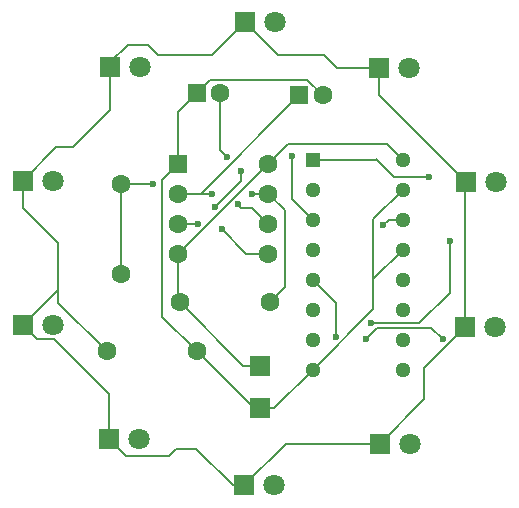
<source format=gbr>
%TF.GenerationSoftware,KiCad,Pcbnew,9.0.6*%
%TF.CreationDate,2026-01-03T20:02:15-08:00*%
%TF.ProjectId,Chaser,43686173-6572-42e6-9b69-6361645f7063,rev?*%
%TF.SameCoordinates,Original*%
%TF.FileFunction,Copper,L1,Top*%
%TF.FilePolarity,Positive*%
%FSLAX46Y46*%
G04 Gerber Fmt 4.6, Leading zero omitted, Abs format (unit mm)*
G04 Created by KiCad (PCBNEW 9.0.6) date 2026-01-03 20:02:15*
%MOMM*%
%LPD*%
G01*
G04 APERTURE LIST*
G04 Aperture macros list*
%AMRoundRect*
0 Rectangle with rounded corners*
0 $1 Rounding radius*
0 $2 $3 $4 $5 $6 $7 $8 $9 X,Y pos of 4 corners*
0 Add a 4 corners polygon primitive as box body*
4,1,4,$2,$3,$4,$5,$6,$7,$8,$9,$2,$3,0*
0 Add four circle primitives for the rounded corners*
1,1,$1+$1,$2,$3*
1,1,$1+$1,$4,$5*
1,1,$1+$1,$6,$7*
1,1,$1+$1,$8,$9*
0 Add four rect primitives between the rounded corners*
20,1,$1+$1,$2,$3,$4,$5,0*
20,1,$1+$1,$4,$5,$6,$7,0*
20,1,$1+$1,$6,$7,$8,$9,0*
20,1,$1+$1,$8,$9,$2,$3,0*%
G04 Aperture macros list end*
%TA.AperFunction,ComponentPad*%
%ADD10R,1.800000X1.800000*%
%TD*%
%TA.AperFunction,ComponentPad*%
%ADD11C,1.800000*%
%TD*%
%TA.AperFunction,ComponentPad*%
%ADD12C,1.600000*%
%TD*%
%TA.AperFunction,ComponentPad*%
%ADD13R,1.700000X1.700000*%
%TD*%
%TA.AperFunction,ComponentPad*%
%ADD14RoundRect,0.250000X-0.550000X-0.550000X0.550000X-0.550000X0.550000X0.550000X-0.550000X0.550000X0*%
%TD*%
%TA.AperFunction,ComponentPad*%
%ADD15R,1.295400X1.295400*%
%TD*%
%TA.AperFunction,ComponentPad*%
%ADD16C,1.295400*%
%TD*%
%TA.AperFunction,ViaPad*%
%ADD17C,0.600000*%
%TD*%
%TA.AperFunction,Conductor*%
%ADD18C,0.200000*%
%TD*%
G04 APERTURE END LIST*
D10*
%TO.P,D4,1,K*%
%TO.N,Net-(D1-K)*%
X231560000Y-58900000D03*
D11*
%TO.P,D4,2,A*%
%TO.N,Net-(D4-A)*%
X234100000Y-58900000D03*
%TD*%
D10*
%TO.P,D10,1,K*%
%TO.N,Net-(D1-K)*%
X201530000Y-36900000D03*
D11*
%TO.P,D10,2,A*%
%TO.N,Net-(D10-A)*%
X204070000Y-36900000D03*
%TD*%
D10*
%TO.P,D3,1,K*%
%TO.N,Net-(D1-K)*%
X231630000Y-46600000D03*
D11*
%TO.P,D3,2,A*%
%TO.N,Net-(D3-A)*%
X234170000Y-46600000D03*
%TD*%
D12*
%TO.P,R1,1*%
%TO.N,+5V*%
X207390000Y-56800000D03*
%TO.P,R1,2*%
%TO.N,Net-(U1-DIS)*%
X215010000Y-56800000D03*
%TD*%
D10*
%TO.P,D5,1,K*%
%TO.N,Net-(D1-K)*%
X224330000Y-68800000D03*
D11*
%TO.P,D5,2,A*%
%TO.N,Net-(D5-A)*%
X226870000Y-68800000D03*
%TD*%
D12*
%TO.P,RV1,1,1*%
%TO.N,Net-(U1-DIS)*%
X202400000Y-54410000D03*
%TO.P,RV1,2,2*%
X202400000Y-46790000D03*
%TD*%
D13*
%TO.P,H2,1,1*%
%TO.N,GND*%
X214200000Y-65800000D03*
%TD*%
D10*
%TO.P,D9,1,K*%
%TO.N,Net-(D1-K)*%
X194160000Y-46500000D03*
D11*
%TO.P,D9,2,A*%
%TO.N,Net-(D9-A)*%
X196700000Y-46500000D03*
%TD*%
D10*
%TO.P,D8,1,K*%
%TO.N,Net-(D1-K)*%
X194130000Y-58700000D03*
D11*
%TO.P,D8,2,A*%
%TO.N,Net-(D8-A)*%
X196670000Y-58700000D03*
%TD*%
D12*
%TO.P,R2,1*%
%TO.N,Net-(D1-K)*%
X201210000Y-60960000D03*
%TO.P,R2,2*%
%TO.N,GND*%
X208830000Y-60960000D03*
%TD*%
D14*
%TO.P,C1,1*%
%TO.N,TR*%
X217500000Y-39300000D03*
D12*
%TO.P,C1,2*%
%TO.N,GND*%
X219500000Y-39300000D03*
%TD*%
D13*
%TO.P,H1,1,1*%
%TO.N,+5V*%
X214200000Y-62200000D03*
%TD*%
D10*
%TO.P,D7,1,K*%
%TO.N,Net-(D1-K)*%
X201430000Y-68400000D03*
D11*
%TO.P,D7,2,A*%
%TO.N,Net-(D7-A)*%
X203970000Y-68400000D03*
%TD*%
D15*
%TO.P,U2,1,Q5*%
%TO.N,Net-(D5-A)*%
X218680000Y-44740000D03*
D16*
%TO.P,U2,2,Q1*%
%TO.N,Net-(D9-A)*%
X218680000Y-47280000D03*
%TO.P,U2,3,Q0*%
%TO.N,Net-(D10-A)*%
X218680000Y-49820000D03*
%TO.P,U2,4,Q2*%
%TO.N,Net-(D8-A)*%
X218680000Y-52360000D03*
%TO.P,U2,5,Q6*%
%TO.N,Net-(D4-A)*%
X218680000Y-54900000D03*
%TO.P,U2,6,Q7*%
%TO.N,Net-(D3-A)*%
X218680000Y-57440000D03*
%TO.P,U2,7,Q3*%
%TO.N,Net-(D7-A)*%
X218680000Y-59980000D03*
%TO.P,U2,8,VSS*%
%TO.N,GND*%
X218680000Y-62520000D03*
%TO.P,U2,9,Q8*%
%TO.N,Net-(D2-A)*%
X226300000Y-62520000D03*
%TO.P,U2,10,Q4*%
%TO.N,Net-(D6-A)*%
X226300000Y-59980000D03*
%TO.P,U2,11,Q9*%
%TO.N,Net-(D1-A)*%
X226300000Y-57440000D03*
%TO.P,U2,12,Cout*%
%TO.N,unconnected-(U2-Cout-Pad12)*%
X226300000Y-54900000D03*
%TO.P,U2,13,CKEN*%
%TO.N,GND*%
X226300000Y-52360000D03*
%TO.P,U2,14,CLK*%
%TO.N,OUT*%
X226300000Y-49820000D03*
%TO.P,U2,15,Reset*%
%TO.N,GND*%
X226300000Y-47280000D03*
%TO.P,U2,16,VDD*%
%TO.N,+5V*%
X226300000Y-44740000D03*
%TD*%
D14*
%TO.P,C2,1*%
%TO.N,GND*%
X208844888Y-39100000D03*
D12*
%TO.P,C2,2*%
%TO.N,Net-(U1-CV)*%
X210844888Y-39100000D03*
%TD*%
D14*
%TO.P,U1,1,GND*%
%TO.N,GND*%
X207280000Y-45060000D03*
D12*
%TO.P,U1,2,TR*%
%TO.N,TR*%
X207280000Y-47600000D03*
%TO.P,U1,3,Q*%
%TO.N,OUT*%
X207280000Y-50140000D03*
%TO.P,U1,4,R*%
%TO.N,+5V*%
X207280000Y-52680000D03*
%TO.P,U1,5,CV*%
%TO.N,Net-(U1-CV)*%
X214900000Y-52680000D03*
%TO.P,U1,6,THR*%
%TO.N,TR*%
X214900000Y-50140000D03*
%TO.P,U1,7,DIS*%
%TO.N,Net-(U1-DIS)*%
X214900000Y-47600000D03*
%TO.P,U1,8,VCC*%
%TO.N,+5V*%
X214900000Y-45060000D03*
%TD*%
D10*
%TO.P,D1,1,K*%
%TO.N,Net-(D1-K)*%
X212930000Y-33100000D03*
D11*
%TO.P,D1,2,A*%
%TO.N,Net-(D1-A)*%
X215470000Y-33100000D03*
%TD*%
D10*
%TO.P,D2,1,K*%
%TO.N,Net-(D1-K)*%
X224260000Y-37000000D03*
D11*
%TO.P,D2,2,A*%
%TO.N,Net-(D2-A)*%
X226800000Y-37000000D03*
%TD*%
D10*
%TO.P,D6,1,K*%
%TO.N,Net-(D1-K)*%
X212860000Y-72300000D03*
D11*
%TO.P,D6,2,A*%
%TO.N,Net-(D6-A)*%
X215400000Y-72300000D03*
%TD*%
D17*
%TO.N,TR*%
X212304265Y-48504265D03*
X210100000Y-47600000D03*
%TO.N,Net-(U1-CV)*%
X210355735Y-48755735D03*
X211000000Y-50641000D03*
X212600000Y-45700000D03*
X211400000Y-44500000D03*
%TO.N,Net-(D3-A)*%
X230300000Y-51600000D03*
X223600000Y-58600000D03*
%TO.N,Net-(D4-A)*%
X223200000Y-59900000D03*
X220625735Y-59725735D03*
X229655735Y-59955735D03*
%TO.N,Net-(D5-A)*%
X228500000Y-46200000D03*
%TO.N,Net-(D10-A)*%
X216900000Y-44400000D03*
%TO.N,Net-(U1-DIS)*%
X213500000Y-47600000D03*
X205100000Y-46800000D03*
%TO.N,OUT*%
X208955735Y-50155735D03*
X224600000Y-50300000D03*
%TD*%
D18*
%TO.N,TR*%
X213560000Y-48800000D02*
X214900000Y-50140000D01*
X209200000Y-47600000D02*
X217500000Y-39300000D01*
X212600000Y-48800000D02*
X213560000Y-48800000D01*
X210100000Y-47600000D02*
X209200000Y-47600000D01*
X207280000Y-47600000D02*
X209200000Y-47600000D01*
X212304265Y-48504265D02*
X212600000Y-48800000D01*
%TO.N,GND*%
X223800000Y-57400000D02*
X223800000Y-54860000D01*
X208844888Y-39100000D02*
X209945888Y-37999000D01*
X223800000Y-54860000D02*
X223800000Y-49780000D01*
X208830000Y-60960000D02*
X213670000Y-65800000D01*
X205900000Y-58030000D02*
X208830000Y-60960000D01*
X223800000Y-54860000D02*
X226300000Y-52360000D01*
X215400000Y-65800000D02*
X218680000Y-62520000D01*
X214200000Y-65800000D02*
X215400000Y-65800000D01*
X213670000Y-65800000D02*
X214200000Y-65800000D01*
X218199000Y-37999000D02*
X219500000Y-39300000D01*
X205900000Y-46440000D02*
X205900000Y-58030000D01*
X207280000Y-40664888D02*
X208844888Y-39100000D01*
X207280000Y-45060000D02*
X205900000Y-46440000D01*
X209945888Y-37999000D02*
X218199000Y-37999000D01*
X218680000Y-62520000D02*
X223800000Y-57400000D01*
X223800000Y-49780000D02*
X226300000Y-47280000D01*
X207280000Y-45060000D02*
X207280000Y-40664888D01*
%TO.N,Net-(U1-CV)*%
X211000000Y-50641000D02*
X213039000Y-52680000D01*
X212600000Y-45700000D02*
X212600000Y-46511470D01*
X213039000Y-52680000D02*
X214900000Y-52680000D01*
X212600000Y-46511470D02*
X210355735Y-48755735D01*
X210844888Y-39100000D02*
X210844888Y-43944888D01*
X210844888Y-43944888D02*
X211400000Y-44500000D01*
%TO.N,Net-(D1-K)*%
X197100000Y-55730000D02*
X194130000Y-58700000D01*
X197100000Y-51800000D02*
X197100000Y-55730000D01*
X205563941Y-35863941D02*
X204700000Y-35000000D01*
X201430000Y-68400000D02*
X202830000Y-69800000D01*
X215730000Y-35900000D02*
X212930000Y-33100000D01*
X196960000Y-43700000D02*
X194160000Y-46500000D01*
X224260000Y-39230000D02*
X224260000Y-37000000D01*
X194160000Y-46500000D02*
X194160000Y-48860000D01*
X197100000Y-56850000D02*
X201210000Y-60960000D01*
X195331000Y-59901000D02*
X196766832Y-59901000D01*
X224260000Y-37000000D02*
X220700000Y-37000000D01*
X198400000Y-43700000D02*
X196960000Y-43700000D01*
X201530000Y-36900000D02*
X201530000Y-40570000D01*
X194160000Y-48860000D02*
X197100000Y-51800000D01*
X204700000Y-35000000D02*
X203000000Y-35000000D01*
X206500000Y-69800000D02*
X207100000Y-69200000D01*
X219600000Y-35900000D02*
X215730000Y-35900000D01*
X228100000Y-62360000D02*
X231560000Y-58900000D01*
X207100000Y-69200000D02*
X208800000Y-69200000D01*
X231630000Y-46600000D02*
X224260000Y-39230000D01*
X224330000Y-68800000D02*
X228100000Y-65030000D01*
X211900000Y-72300000D02*
X212860000Y-72300000D01*
X210166059Y-35863941D02*
X205563941Y-35863941D01*
X231560000Y-46670000D02*
X231630000Y-46600000D01*
X201430000Y-64564168D02*
X201430000Y-68400000D01*
X194130000Y-58700000D02*
X195331000Y-59901000D01*
X228100000Y-65030000D02*
X228100000Y-62360000D01*
X220700000Y-37000000D02*
X219600000Y-35900000D01*
X212860000Y-72300000D02*
X216360000Y-68800000D01*
X201530000Y-40570000D02*
X198400000Y-43700000D01*
X197100000Y-55730000D02*
X197100000Y-56850000D01*
X201530000Y-36470000D02*
X201530000Y-36900000D01*
X196766832Y-59901000D02*
X201430000Y-64564168D01*
X203000000Y-35000000D02*
X201530000Y-36470000D01*
X212930000Y-33100000D02*
X210166059Y-35863941D01*
X202830000Y-69800000D02*
X206500000Y-69800000D01*
X208800000Y-69200000D02*
X211900000Y-72300000D01*
X216360000Y-68800000D02*
X224330000Y-68800000D01*
X231560000Y-58900000D02*
X231560000Y-46670000D01*
%TO.N,Net-(D3-A)*%
X230300000Y-56000000D02*
X227700000Y-58600000D01*
X230300000Y-51600000D02*
X230300000Y-56000000D01*
X227700000Y-58600000D02*
X223600000Y-58600000D01*
%TO.N,Net-(D4-A)*%
X229655735Y-59955735D02*
X228700000Y-59000000D01*
X228700000Y-59000000D02*
X224100000Y-59000000D01*
X220625735Y-56845735D02*
X218680000Y-54900000D01*
X220625735Y-59725735D02*
X220625735Y-56845735D01*
X224100000Y-59000000D02*
X223200000Y-59900000D01*
%TO.N,Net-(D5-A)*%
X224000000Y-44700000D02*
X223960000Y-44740000D01*
X225500000Y-46200000D02*
X224000000Y-44700000D01*
X228500000Y-46200000D02*
X225500000Y-46200000D01*
X223960000Y-44740000D02*
X218680000Y-44740000D01*
%TO.N,Net-(D10-A)*%
X216900000Y-44400000D02*
X216900000Y-48040000D01*
X216900000Y-48040000D02*
X218680000Y-49820000D01*
%TO.N,+5V*%
X226300000Y-44740000D02*
X224960000Y-43400000D01*
X207390000Y-56800000D02*
X212790000Y-62200000D01*
X207280000Y-52680000D02*
X207280000Y-56690000D01*
X214900000Y-45060000D02*
X207280000Y-52680000D01*
X224960000Y-43400000D02*
X216560000Y-43400000D01*
X207280000Y-56690000D02*
X207390000Y-56800000D01*
X212790000Y-62200000D02*
X214200000Y-62200000D01*
X216560000Y-43400000D02*
X214900000Y-45060000D01*
%TO.N,Net-(U1-DIS)*%
X205090000Y-46790000D02*
X205100000Y-46800000D01*
X216300000Y-49000000D02*
X216300000Y-55510000D01*
X202400000Y-46790000D02*
X205090000Y-46790000D01*
X216300000Y-55510000D02*
X215010000Y-56800000D01*
X202400000Y-54410000D02*
X202400000Y-46790000D01*
X214900000Y-47600000D02*
X216300000Y-49000000D01*
X213500000Y-47600000D02*
X214900000Y-47600000D01*
%TO.N,OUT*%
X226300000Y-49820000D02*
X225080000Y-49820000D01*
X207295735Y-50155735D02*
X207280000Y-50140000D01*
X208955735Y-50155735D02*
X207295735Y-50155735D01*
X225080000Y-49820000D02*
X224600000Y-50300000D01*
%TD*%
M02*

</source>
